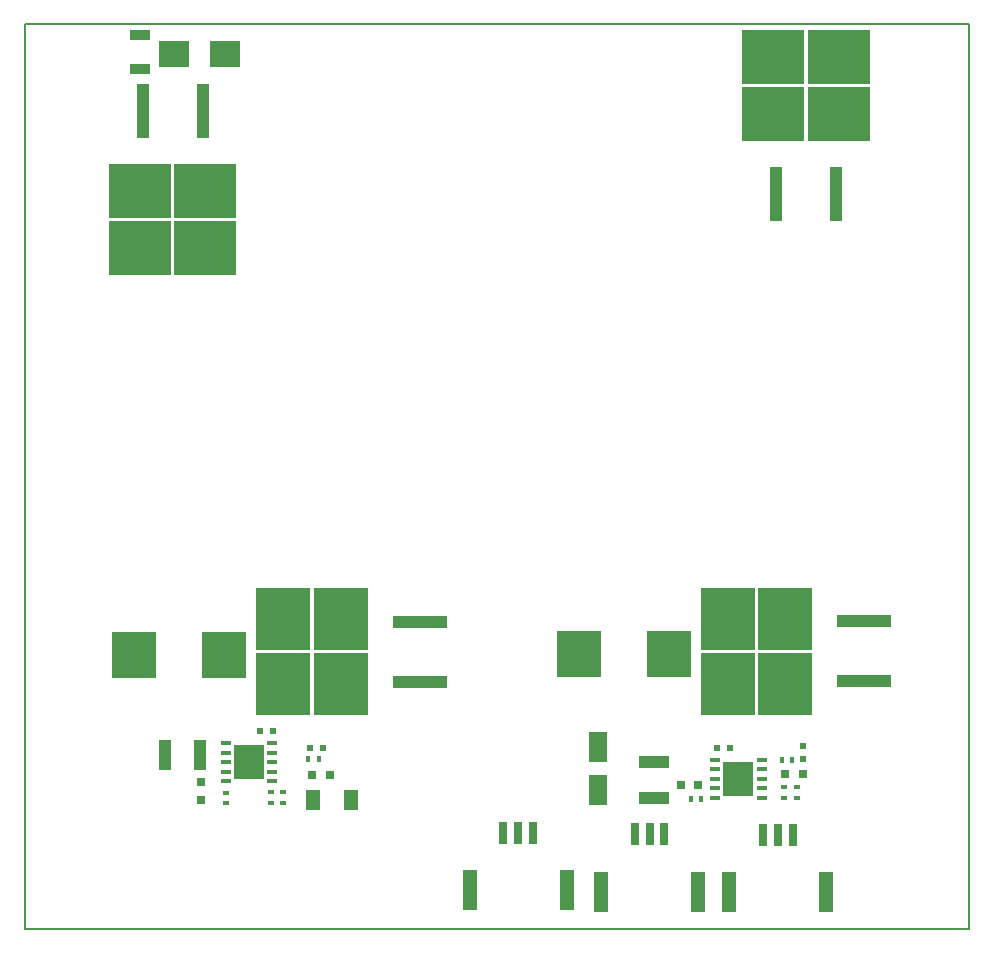
<source format=gbr>
%TF.GenerationSoftware,KiCad,Pcbnew,4.0.7*%
%TF.CreationDate,2018-04-08T16:14:44+02:00*%
%TF.ProjectId,power_board,706F7765725F626F6172642E6B696361,rev?*%
%TF.FileFunction,Paste,Top*%
%FSLAX46Y46*%
G04 Gerber Fmt 4.6, Leading zero omitted, Abs format (unit mm)*
G04 Created by KiCad (PCBNEW 4.0.7) date 04/08/18 16:14:44*
%MOMM*%
%LPD*%
G01*
G04 APERTURE LIST*
%ADD10C,0.150000*%
%ADD11R,2.500000X1.000000*%
%ADD12R,0.500000X0.600000*%
%ADD13R,0.800000X0.750000*%
%ADD14R,0.600000X0.500000*%
%ADD15R,1.600000X2.600000*%
%ADD16R,1.000000X2.500000*%
%ADD17R,0.750000X0.800000*%
%ADD18R,4.600000X1.100000*%
%ADD19R,4.550000X5.250000*%
%ADD20R,2.500000X2.300000*%
%ADD21R,0.800000X1.900000*%
%ADD22R,1.300000X3.350000*%
%ADD23R,3.850000X4.000000*%
%ADD24R,1.100000X4.600000*%
%ADD25R,5.250000X4.550000*%
%ADD26R,0.400000X0.600000*%
%ADD27R,0.600000X0.400000*%
%ADD28R,1.700000X0.900000*%
%ADD29R,0.850000X0.350000*%
%ADD30R,2.600000X3.000000*%
%ADD31R,1.245000X1.800000*%
G04 APERTURE END LIST*
D10*
X104000000Y-119820000D02*
X184000000Y-119820000D01*
X104000000Y-43120000D02*
X184000000Y-43120000D01*
X184000000Y-43120000D02*
X184000000Y-119820000D01*
X104000000Y-43120000D02*
X104000000Y-119820000D01*
D11*
X157269847Y-105655339D03*
X157269847Y-108655339D03*
D12*
X169944007Y-105370715D03*
X169944007Y-104270715D03*
D13*
X169874007Y-106670715D03*
X168374007Y-106670715D03*
X159554007Y-107560715D03*
X161054007Y-107560715D03*
D14*
X163710000Y-104440000D03*
X162610000Y-104440000D03*
D15*
X152550000Y-104400000D03*
X152550000Y-108000000D03*
D16*
X118856567Y-105090779D03*
X115856567Y-105090779D03*
D14*
X129236567Y-104430779D03*
X128136567Y-104430779D03*
D13*
X129856567Y-106730779D03*
X128356567Y-106730779D03*
D17*
X118946567Y-108850779D03*
X118946567Y-107350779D03*
D14*
X125071431Y-102987911D03*
X123971431Y-102987911D03*
D18*
X175109400Y-98815012D03*
X175109400Y-93735012D03*
D19*
X163534400Y-93500012D03*
X168384400Y-99050012D03*
X163534400Y-99050012D03*
X168384400Y-93500012D03*
D18*
X137475000Y-98835000D03*
X137475000Y-93755000D03*
D19*
X125900000Y-93520000D03*
X130750000Y-99070000D03*
X125900000Y-99070000D03*
X130750000Y-93520000D03*
D20*
X120970000Y-45700000D03*
X116670000Y-45700000D03*
D21*
X155665001Y-111780000D03*
X156915001Y-111780000D03*
X158165001Y-111780000D03*
D22*
X152815001Y-116655000D03*
X161015001Y-116655000D03*
D21*
X166530000Y-111790000D03*
X167780000Y-111790000D03*
X169030000Y-111790000D03*
D22*
X163680000Y-116665000D03*
X171880000Y-116665000D03*
D21*
X144535001Y-111650000D03*
X145785001Y-111650000D03*
X147035001Y-111650000D03*
D22*
X141685001Y-116525000D03*
X149885001Y-116525000D03*
D23*
X158575000Y-96530000D03*
X150925000Y-96530000D03*
X120910000Y-96610000D03*
X113260000Y-96610000D03*
D24*
X167605000Y-57525000D03*
X172685000Y-57525000D03*
D25*
X172920000Y-45950000D03*
X167370000Y-50800000D03*
X167370000Y-45950000D03*
X172920000Y-50800000D03*
D24*
X119080000Y-50555000D03*
X114000000Y-50555000D03*
D25*
X113765000Y-62130000D03*
X119315000Y-57280000D03*
X119315000Y-62130000D03*
X113765000Y-57280000D03*
D26*
X168104007Y-105450715D03*
X169004007Y-105450715D03*
X161294007Y-108790715D03*
X160394007Y-108790715D03*
D27*
X169401178Y-107772170D03*
X169401178Y-108672170D03*
X168321178Y-108672170D03*
X168321178Y-107772170D03*
D28*
X113770000Y-44090000D03*
X113770000Y-46990000D03*
D26*
X128016567Y-105390779D03*
X128916567Y-105390779D03*
D27*
X121061431Y-108227911D03*
X121061431Y-109127911D03*
X124858515Y-109112519D03*
X124858515Y-108212519D03*
X125908515Y-108212519D03*
X125908515Y-109112519D03*
D29*
X162464007Y-105470715D03*
X162464007Y-106270715D03*
X162464007Y-107070715D03*
X162464007Y-107870715D03*
X162464007Y-108670715D03*
X166424007Y-108670715D03*
X166424007Y-107870715D03*
X166424007Y-107070715D03*
X166424007Y-106270715D03*
X166424007Y-105470715D03*
D30*
X164444007Y-107070715D03*
D29*
X121026567Y-104050779D03*
X121026567Y-104850779D03*
X121026567Y-105650779D03*
X121026567Y-106450779D03*
X121026567Y-107250779D03*
X124986567Y-107250779D03*
X124986567Y-106450779D03*
X124986567Y-105650779D03*
X124986567Y-104850779D03*
X124986567Y-104050779D03*
D30*
X123006567Y-105650779D03*
D31*
X128417500Y-108860000D03*
X131602500Y-108860000D03*
M02*

</source>
